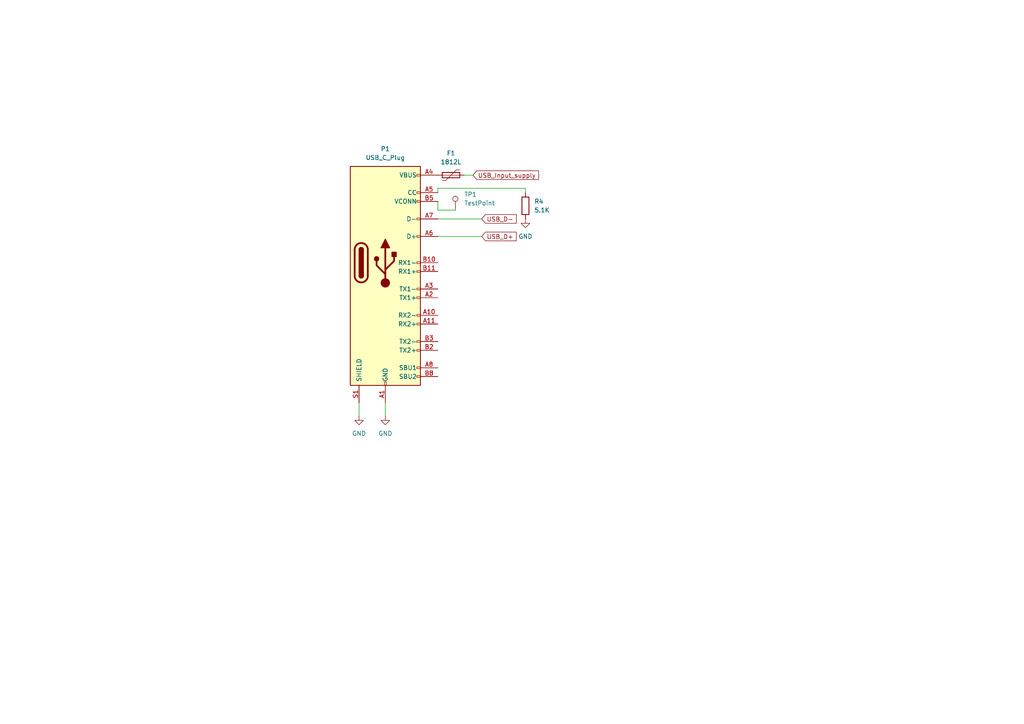
<source format=kicad_sch>
(kicad_sch (version 20211123) (generator eeschema)
  (paper "A4")
  (lib_symbols
    (symbol "Connector:TestPoint" (pin_numbers hide) (pin_names (offset 0.762) hide)
      (property "Reference" "TP" (at 0 6.858 0))
      (property "Value" "TestPoint" (at 0 5.08 0))
      (symbol "TestPoint_0_1"
        (circle (center 0 3.302) (radius 0.762))
      )
      (symbol "TestPoint_1_1"
        (pin passive line (at 0 0 90) (length 2.54) (name "1") (number "1"))
      )
    )
    (symbol "Connector:USB_C_Plug" (pin_names (offset 1.016))
      (property "Reference" "P" (at -10.16 29.21 0))
      (property "Value" "USB_C_Plug" (at 10.16 29.21 0))
      (symbol "USB_C_Plug_0_0"
        (rectangle (start -0.254 -35.56) (end 0.254 -34.544))
        (rectangle (start 10.16 -32.766) (end 9.144 -33.274))
        (rectangle (start 10.16 -30.226) (end 9.144 -30.734))
        (rectangle (start 10.16 -25.146) (end 9.144 -25.654))
        (rectangle (start 10.16 -22.606) (end 9.144 -23.114))
        (rectangle (start 10.16 -17.526) (end 9.144 -18.034))
        (rectangle (start 10.16 -14.986) (end 9.144 -15.494))
        (rectangle (start 10.16 -9.906) (end 9.144 -10.414))
        (rectangle (start 10.16 -7.366) (end 9.144 -7.874))
        (rectangle (start 10.16 -2.286) (end 9.144 -2.794))
        (rectangle (start 10.16 0.254) (end 9.144 -0.254))
        (rectangle (start 10.16 7.874) (end 9.144 7.366))
        (rectangle (start 10.16 12.954) (end 9.144 12.446))
        (rectangle (start 10.16 18.034) (end 9.144 17.526))
        (rectangle (start 10.16 20.574) (end 9.144 20.066))
        (rectangle (start 10.16 25.654) (end 9.144 25.146))
      )
      (symbol "USB_C_Plug_0_1"
        (rectangle (start -10.16 27.94) (end 10.16 -35.56) (stroke (width 0.254)) (fill (type background)))
        (arc (start -8.89 -3.81) (mid -6.985 -5.715) (end -5.08 -3.81) (stroke (width 0.508)))
        (arc (start -7.62 -3.81) (mid -6.985 -4.445) (end -6.35 -3.81) (stroke (width 0.254)))
        (arc (start -7.62 -3.81) (mid -6.985 -4.445) (end -6.35 -3.81) (stroke (width 0.254)) (fill (type outline)))
        (rectangle (start -7.62 -3.81) (end -6.35 3.81) (stroke (width 0.254)) (fill (type outline)))
        (arc (start -6.35 3.81) (mid -6.985 4.445) (end -7.62 3.81) (stroke (width 0.254)))
        (arc (start -6.35 3.81) (mid -6.985 4.445) (end -7.62 3.81) (stroke (width 0.254)) (fill (type outline)))
        (arc (start -5.08 3.81) (mid -6.985 5.715) (end -8.89 3.81) (stroke (width 0.508)))
        (polyline (pts (xy -8.89 -3.81) (xy -8.89 3.81)) (stroke (width 0.508)))
        (polyline (pts (xy -5.08 3.81) (xy -5.08 -3.81)) (stroke (width 0.508)))
      )
      (symbol "USB_C_Plug_1_1"
        (circle (center -2.54 1.143) (radius 0.635) (stroke (width 0.254)) (fill (type outline)))
        (circle (center 0 -5.842) (radius 1.27) (fill (type outline)))
        (polyline (pts (xy 0 -5.842) (xy 0 4.318)) (stroke (width 0.508)))
        (polyline (pts (xy 0 -3.302) (xy -2.54 -0.762) (xy -2.54 0.508)) (stroke (width 0.508)))
        (polyline (pts (xy 0 -2.032) (xy 2.54 0.508) (xy 2.54 1.778)) (stroke (width 0.508)))
        (polyline (pts (xy -1.27 4.318) (xy 0 6.858) (xy 1.27 4.318) (xy -1.27 4.318)) (stroke (width 0.254)) (fill (type outline)))
        (rectangle (start 1.905 1.778) (end 3.175 3.048) (stroke (width 0.254)) (fill (type outline)))
        (pin passive line (at 0 -40.64 90) (length 5.08) (name "GND") (number "A1"))
        (pin bidirectional line (at 15.24 -15.24 180) (length 5.08) (name "RX2-") (number "A10"))
        (pin bidirectional line (at 15.24 -17.78 180) (length 5.08) (name "RX2+") (number "A11"))
        (pin passive line (at 0 -40.64 90) (length 5.08) hide (name "GND") (number "A12"))
        (pin bidirectional line (at 15.24 -10.16 180) (length 5.08) (name "TX1+") (number "A2"))
        (pin bidirectional line (at 15.24 -7.62 180) (length 5.08) (name "TX1-") (number "A3"))
        (pin passive line (at 15.24 25.4 180) (length 5.08) (name "VBUS") (number "A4"))
        (pin bidirectional line (at 15.24 20.32 180) (length 5.08) (name "CC") (number "A5"))
        (pin bidirectional line (at 15.24 7.62 180) (length 5.08) (name "D+") (number "A6"))
        (pin bidirectional line (at 15.24 12.7 180) (length 5.08) (name "D-") (number "A7"))
        (pin bidirectional line (at 15.24 -30.48 180) (length 5.08) (name "SBU1") (number "A8"))
        (pin passive line (at 15.24 25.4 180) (length 5.08) hide (name "VBUS") (number "A9"))
        (pin passive line (at 0 -40.64 90) (length 5.08) hide (name "GND") (number "B1"))
        (pin bidirectional line (at 15.24 0 180) (length 5.08) (name "RX1-") (number "B10"))
        (pin bidirectional line (at 15.24 -2.54 180) (length 5.08) (name "RX1+") (number "B11"))
        (pin passive line (at 0 -40.64 90) (length 5.08) hide (name "GND") (number "B12"))
        (pin bidirectional line (at 15.24 -25.4 180) (length 5.08) (name "TX2+") (number "B2"))
        (pin bidirectional line (at 15.24 -22.86 180) (length 5.08) (name "TX2-") (number "B3"))
        (pin passive line (at 15.24 25.4 180) (length 5.08) hide (name "VBUS") (number "B4"))
        (pin bidirectional line (at 15.24 17.78 180) (length 5.08) (name "VCONN") (number "B5"))
        (pin bidirectional line (at 15.24 -33.02 180) (length 5.08) (name "SBU2") (number "B8"))
        (pin passive line (at 15.24 25.4 180) (length 5.08) hide (name "VBUS") (number "B9"))
        (pin passive line (at -7.62 -40.64 90) (length 5.08) (name "SHIELD") (number "S1"))
      )
    )
    (symbol "Device:Polyfuse" (pin_numbers hide) (pin_names (offset 0))
      (property "Reference" "F" (at -2.54 0 90))
      (property "Value" "Polyfuse" (at 2.54 0 90))
      (symbol "Polyfuse_0_1"
        (rectangle (start -0.762 2.54) (end 0.762 -2.54) (stroke (width 0.254)))
        (polyline (pts (xy 0 2.54) (xy 0 -2.54)))
        (polyline (pts (xy -1.524 2.54) (xy -1.524 1.524) (xy 1.524 -1.524) (xy 1.524 -2.54)))
      )
      (symbol "Polyfuse_1_1"
        (pin passive line (at 0 3.81 270) (length 1.27) (name "~") (number "1"))
        (pin passive line (at 0 -3.81 90) (length 1.27) (name "~") (number "2"))
      )
    )
    (symbol "Device:R" (pin_numbers hide) (pin_names (offset 0))
      (property "Reference" "R" (at 2.032 0 90))
      (property "Value" "R" (at 0 0 90))
      (symbol "R_0_1"
        (rectangle (start -1.016 -2.54) (end 1.016 2.54) (stroke (width 0.254)))
      )
      (symbol "R_1_1"
        (pin passive line (at 0 3.81 270) (length 1.27) (name "~") (number "1"))
        (pin passive line (at 0 -3.81 90) (length 1.27) (name "~") (number "2"))
      )
    )
    (symbol "power:GND" (power) (pin_names (offset 0))
      (property "Value" "GND" (at 0 -3.81 0))
      (symbol "GND_0_1"
        (polyline (pts (xy 0 0) (xy 0 -1.27) (xy 1.27 -1.27) (xy 0 -2.54) (xy -1.27 -1.27) (xy 0 -1.27)))
      )
      (symbol "GND_1_1"
        (pin power_in line (at 0 0 270) (length 0) hide (name "GND") (number "1"))
      )
    )
  )
  (wire (pts (xy 127 60.96) (xy 132.08 60.96)))
  (wire (pts (xy 137.16 50.8) (xy 134.62 50.8)))
  (wire (pts (xy 111.76 116.84) (xy 111.76 120.65)))
  (wire (pts (xy 127 54.61) (xy 127 55.88)))
  (wire (pts (xy 127 68.58) (xy 139.7 68.58)))
  (wire (pts (xy 127 58.42) (xy 127 60.96)))
  (wire (pts (xy 127 54.61) (xy 152.4 54.61)))
  (wire (pts (xy 104.14 116.84) (xy 104.14 120.65)))
  (wire (pts (xy 152.4 54.61) (xy 152.4 55.88)))
  (wire (pts (xy 127 63.5) (xy 139.7 63.5)))
  (global_label "USB_D+" (shape input) (at 139.7 68.58 0) (property "Intersheet References" "${INTERSHEET_REFS}" (effects hide)))
  (global_label "USB_Input_supply" (shape input) (at 137.16 50.8 0) (property "Intersheet References" "${INTERSHEET_REFS}" (effects hide)))
  (global_label "USB_D-" (shape input) (at 139.7 63.5 0) (property "Intersheet References" "${INTERSHEET_REFS}" (effects hide)))
  (symbol (lib_id "power:GND") (at 104.14 120.65 0) (unit 1)
    (property "Reference" "#PWR0113" (effects hide))
    (property "Value" "GND" (at 104.14 125.73 0))
  )
  (symbol (lib_id "Device:R") (at 152.4 59.69 0) (unit 1)
    (property "Reference" "R4" (at 154.94 58.4199 0) (effects (justify left)))
    (property "Value" "5.1K" (at 154.94 60.9599 0) (effects (justify left)))
    (property "Footprint" "Resistor_SMD:R_0805_2012Metric_Pad1.20x1.40mm_HandSolder" (effects hide))
  )
  (symbol (lib_id "power:GND") (at 111.76 120.65 0) (unit 1)
    (property "Reference" "#PWR0155" (effects hide))
    (property "Value" "GND" (at 111.76 125.73 0))
  )
  (symbol (lib_id "power:GND") (at 152.4 63.5 0) (unit 1)
    (property "Reference" "#PWR0156" (effects hide))
    (property "Value" "GND" (at 152.4 68.58 0))
  )
  (symbol (lib_id "Connector:USB_C_Plug") (at 111.76 76.2 0) (unit 1)
    (property "Reference" "P1" (at 111.76 43.18 0))
    (property "Value" "USB_C_Plug" (at 111.76 45.72 0))
    (property "Footprint" "Connector_USB:USB_C_Receptacle_HRO_TYPE-C-31-M-12" (effects hide))
    (property "Datasheet" "https://www.usb.org/sites/default/files/documents/usb_type-c.zip" (effects hide))
  )
  (symbol (lib_id "Device:Polyfuse") (at 130.81 50.8 90) (unit 1)
    (property "Reference" "F1" (at 130.81 44.45 90))
    (property "Value" "1812L" (at 130.81 46.99 90))
    (property "Footprint" "Littelfuse_1812L:FUSM4632X200N" (effects hide))
  )
  (symbol (lib_id "Connector:TestPoint") (at 132.08 60.96 0) (unit 1)
    (property "Reference" "TP1" (at 134.62 56.3879 0) (effects (justify left)))
    (property "Value" "TestPoint" (at 134.62 58.9279 0) (effects (justify left)))
    (property "Footprint" "TestPoint:TestPoint_Keystone_5010-5014_Multipurpose" (effects hide))
  )
)
</source>
